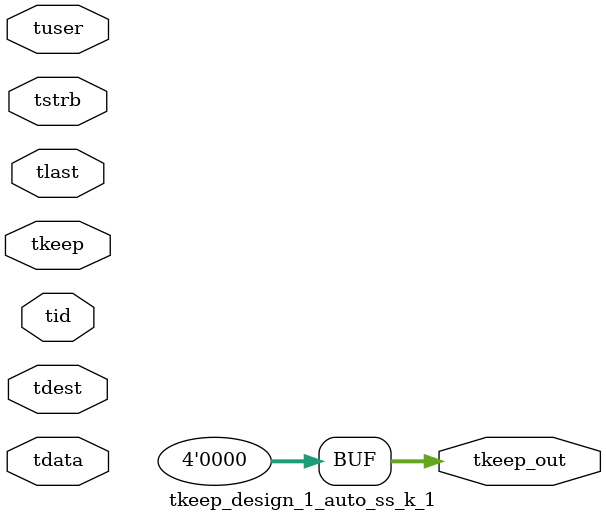
<source format=v>


`timescale 1ps/1ps

module tkeep_design_1_auto_ss_k_1 #
(
parameter C_S_AXIS_TDATA_WIDTH = 32,
parameter C_S_AXIS_TUSER_WIDTH = 0,
parameter C_S_AXIS_TID_WIDTH   = 0,
parameter C_S_AXIS_TDEST_WIDTH = 0,
parameter C_M_AXIS_TDATA_WIDTH = 32
)
(
input  [(C_S_AXIS_TDATA_WIDTH == 0 ? 1 : C_S_AXIS_TDATA_WIDTH)-1:0     ] tdata,
input  [(C_S_AXIS_TUSER_WIDTH == 0 ? 1 : C_S_AXIS_TUSER_WIDTH)-1:0     ] tuser,
input  [(C_S_AXIS_TID_WIDTH   == 0 ? 1 : C_S_AXIS_TID_WIDTH)-1:0       ] tid,
input  [(C_S_AXIS_TDEST_WIDTH == 0 ? 1 : C_S_AXIS_TDEST_WIDTH)-1:0     ] tdest,
input  [(C_S_AXIS_TDATA_WIDTH/8)-1:0 ] tkeep,
input  [(C_S_AXIS_TDATA_WIDTH/8)-1:0 ] tstrb,
input                                                                    tlast,
output [(C_M_AXIS_TDATA_WIDTH/8)-1:0 ] tkeep_out
);

assign tkeep_out = {1'b0};

endmodule


</source>
